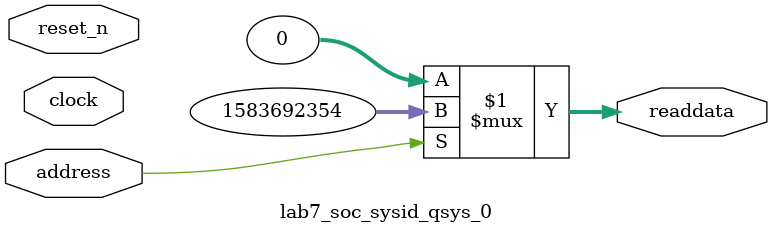
<source format=v>



// synthesis translate_off
`timescale 1ns / 1ps
// synthesis translate_on

// turn off superfluous verilog processor warnings 
// altera message_level Level1 
// altera message_off 10034 10035 10036 10037 10230 10240 10030 

module lab7_soc_sysid_qsys_0 (
               // inputs:
                address,
                clock,
                reset_n,

               // outputs:
                readdata
             )
;

  output  [ 31: 0] readdata;
  input            address;
  input            clock;
  input            reset_n;

  wire    [ 31: 0] readdata;
  //control_slave, which is an e_avalon_slave
  assign readdata = address ? 1583692354 : 0;

endmodule



</source>
